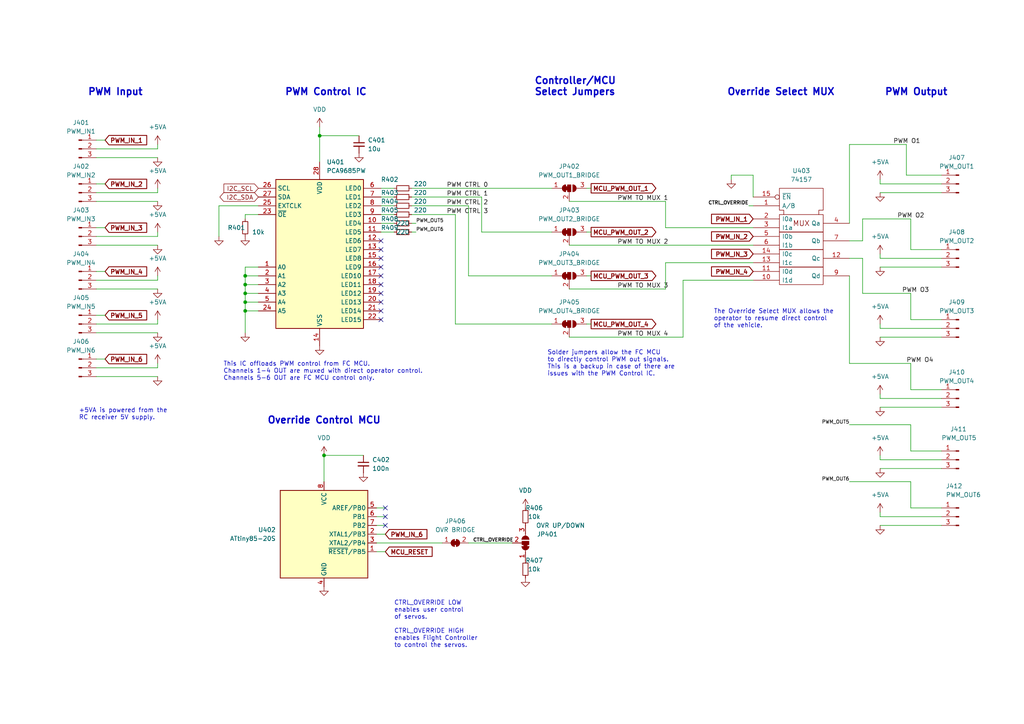
<source format=kicad_sch>
(kicad_sch (version 20211123) (generator eeschema)
  (paper "A4")
  (lib_symbols
    (symbol "74xx_IEEE:74157" (pin_names (offset 0.762))
      (property "Reference" "U403" (at 0 17.78 0))
      (property "Value" "74157" (at 0 15.24 0))
      (symbol "74157_0_0"
        (rectangle (start -6.35 -10.16) (end 6.35 -15.24))
        (rectangle (start -6.35 -5.08) (end 6.35 -10.16))
        (rectangle (start -6.35 0) (end 6.35 -5.08))
        (rectangle (start -6.35 5.08) (end 6.35 0))
        (polyline (pts (xy -5.08 5.08) (xy -5.08 6.35) (xy -6.35 6.35) (xy -6.35 12.7) (xy 6.35 12.7) (xy 6.35 6.35) (xy 5.08 6.35) (xy 5.08 5.08) (xy 5.08 5.08)))
        (text "MUX" (at 0 2.54 0) (effects (font (size 1.524 1.524))))
        (pin power_in line (at 3.81 12.7 270) (length 0) hide (name "VDD") (number "16"))
        (pin power_in line (at 0 12.7 270) (length 0) hide (name "GND") (number "8"))
      )
      (symbol "74157_1_1"
        (pin input line (at -13.97 7.62 0) (length 7.62) (name "A/B") (number "1"))
        (pin input line (at -13.97 -13.97 0) (length 7.62) (name "I1d") (number "10"))
        (pin input line (at -13.97 -11.43 0) (length 7.62) (name "I0d") (number "11"))
        (pin output line (at 13.97 -7.62 180) (length 7.62) (name "Qc") (number "12"))
        (pin input line (at -13.97 -8.89 0) (length 7.62) (name "I1c") (number "13"))
        (pin input line (at -13.97 -6.35 0) (length 7.62) (name "I0c") (number "14"))
        (pin input inverted (at -13.97 10.16 0) (length 7.62) (name "~{EN}") (number "15"))
        (pin input line (at -13.97 3.81 0) (length 7.62) (name "I0a") (number "2"))
        (pin input line (at -13.97 1.27 0) (length 7.62) (name "I1a") (number "3"))
        (pin output line (at 13.97 2.54 180) (length 7.62) (name "Qa") (number "4"))
        (pin input line (at -13.97 -1.27 0) (length 7.62) (name "I0b") (number "5"))
        (pin input line (at -13.97 -3.81 0) (length 7.62) (name "I1b") (number "6"))
        (pin output line (at 13.97 -2.54 180) (length 7.62) (name "Qb") (number "7"))
        (pin output line (at 13.97 -12.7 180) (length 7.62) (name "Qd") (number "9"))
      )
    )
    (symbol "Connector:Conn_01x03_Male" (pin_names (offset 1.016) hide)
      (property "Reference" "J" (at 0 5.08 0))
      (property "Value" "Conn_01x03_Male" (at 0 -5.08 0))
      (symbol "Conn_01x03_Male_1_1"
        (polyline (pts (xy 1.27 -2.54) (xy 0.8636 -2.54)) (stroke (width 0.1524)))
        (polyline (pts (xy 1.27 0) (xy 0.8636 0)) (stroke (width 0.1524)))
        (polyline (pts (xy 1.27 2.54) (xy 0.8636 2.54)) (stroke (width 0.1524)))
        (rectangle (start 0.8636 -2.413) (end 0 -2.667) (stroke (width 0.1524)) (fill (type outline)))
        (rectangle (start 0.8636 0.127) (end 0 -0.127) (stroke (width 0.1524)) (fill (type outline)))
        (rectangle (start 0.8636 2.667) (end 0 2.413) (stroke (width 0.1524)) (fill (type outline)))
        (pin passive line (at 5.08 2.54 180) (length 3.81) (name "Pin_1") (number "1"))
        (pin passive line (at 5.08 0 180) (length 3.81) (name "Pin_2") (number "2"))
        (pin passive line (at 5.08 -2.54 180) (length 3.81) (name "Pin_3") (number "3"))
      )
    )
    (symbol "Device:C_Small" (pin_numbers hide) (pin_names (offset 0.254) hide)
      (property "Reference" "C" (at 0.254 1.778 0))
      (property "Value" "C_Small" (at 0.254 -2.032 0))
      (symbol "C_Small_0_1"
        (polyline (pts (xy -1.524 -0.508) (xy 1.524 -0.508)) (stroke (width 0.3302)))
        (polyline (pts (xy -1.524 0.508) (xy 1.524 0.508)) (stroke (width 0.3048)))
      )
      (symbol "C_Small_1_1"
        (pin passive line (at 0 2.54 270) (length 2.032) (name "~") (number "1"))
        (pin passive line (at 0 -2.54 90) (length 2.032) (name "~") (number "2"))
      )
    )
    (symbol "Device:R_Small" (pin_numbers hide) (pin_names (offset 0.254) hide)
      (property "Reference" "R" (at 0.762 0.508 0))
      (property "Value" "R_Small" (at 0.762 -1.016 0))
      (symbol "R_Small_0_1"
        (rectangle (start -0.762 1.778) (end 0.762 -1.778) (stroke (width 0.2032)))
      )
      (symbol "R_Small_1_1"
        (pin passive line (at 0 2.54 270) (length 0.762) (name "~") (number "1"))
        (pin passive line (at 0 -2.54 90) (length 0.762) (name "~") (number "2"))
      )
    )
    (symbol "Driver_LED:PCA9685PW"
      (property "Reference" "U" (at -12.7 22.225 0))
      (property "Value" "PCA9685PW" (at 1.27 22.225 0))
      (symbol "PCA9685PW_0_1"
        (rectangle (start -12.7 20.32) (end 12.7 -22.86) (stroke (width 0.254)) (fill (type background)))
      )
      (symbol "PCA9685PW_1_1"
        (pin input line (at -17.78 -5.08 0) (length 5.08) (name "A0") (number "1"))
        (pin output line (at 17.78 7.62 180) (length 5.08) (name "LED4") (number "10"))
        (pin output line (at 17.78 5.08 180) (length 5.08) (name "LED5") (number "11"))
        (pin output line (at 17.78 2.54 180) (length 5.08) (name "LED6") (number "12"))
        (pin output line (at 17.78 0 180) (length 5.08) (name "LED7") (number "13"))
        (pin power_in line (at 0 -27.94 90) (length 5.08) (name "VSS") (number "14"))
        (pin output line (at 17.78 -2.54 180) (length 5.08) (name "LED8") (number "15"))
        (pin output line (at 17.78 -5.08 180) (length 5.08) (name "LED9") (number "16"))
        (pin output line (at 17.78 -7.62 180) (length 5.08) (name "LED10") (number "17"))
        (pin output line (at 17.78 -10.16 180) (length 5.08) (name "LED11") (number "18"))
        (pin output line (at 17.78 -12.7 180) (length 5.08) (name "LED12") (number "19"))
        (pin input line (at -17.78 -7.62 0) (length 5.08) (name "A1") (number "2"))
        (pin output line (at 17.78 -15.24 180) (length 5.08) (name "LED13") (number "20"))
        (pin output line (at 17.78 -17.78 180) (length 5.08) (name "LED14") (number "21"))
        (pin output line (at 17.78 -20.32 180) (length 5.08) (name "LED15") (number "22"))
        (pin input line (at -17.78 10.16 0) (length 5.08) (name "~{OE}") (number "23"))
        (pin input line (at -17.78 -17.78 0) (length 5.08) (name "A5") (number "24"))
        (pin input line (at -17.78 12.7 0) (length 5.08) (name "EXTCLK") (number "25"))
        (pin input line (at -17.78 17.78 0) (length 5.08) (name "SCL") (number "26"))
        (pin bidirectional line (at -17.78 15.24 0) (length 5.08) (name "SDA") (number "27"))
        (pin power_in line (at 0 25.4 270) (length 5.08) (name "VDD") (number "28"))
        (pin input line (at -17.78 -10.16 0) (length 5.08) (name "A2") (number "3"))
        (pin input line (at -17.78 -12.7 0) (length 5.08) (name "A3") (number "4"))
        (pin input line (at -17.78 -15.24 0) (length 5.08) (name "A4") (number "5"))
        (pin output line (at 17.78 17.78 180) (length 5.08) (name "LED0") (number "6"))
        (pin output line (at 17.78 15.24 180) (length 5.08) (name "LED1") (number "7"))
        (pin output line (at 17.78 12.7 180) (length 5.08) (name "LED2") (number "8"))
        (pin output line (at 17.78 10.16 180) (length 5.08) (name "LED3") (number "9"))
      )
    )
    (symbol "Jumper:SolderJumper_2_Bridged" (pin_names (offset 0) hide)
      (property "Reference" "JP" (at 0 2.032 0))
      (property "Value" "SolderJumper_2_Bridged" (at 0 -2.54 0))
      (symbol "SolderJumper_2_Bridged_0_1"
        (rectangle (start -0.508 0.508) (end 0.508 -0.508) (fill (type outline)))
        (arc (start -0.254 1.016) (mid -1.27 0) (end -0.254 -1.016))
        (arc (start -0.254 1.016) (mid -1.27 0) (end -0.254 -1.016) (fill (type outline)))
        (polyline (pts (xy -0.254 1.016) (xy -0.254 -1.016)))
        (polyline (pts (xy 0.254 1.016) (xy 0.254 -1.016)))
        (arc (start 0.254 -1.016) (mid 1.27 0) (end 0.254 1.016))
        (arc (start 0.254 -1.016) (mid 1.27 0) (end 0.254 1.016) (fill (type outline)))
      )
      (symbol "SolderJumper_2_Bridged_1_1"
        (pin passive line (at -3.81 0 0) (length 2.54) (name "A") (number "1"))
        (pin passive line (at 3.81 0 180) (length 2.54) (name "B") (number "2"))
      )
    )
    (symbol "Jumper:SolderJumper_3_Bridged12" (pin_names (offset 0) hide)
      (property "Reference" "JP" (at -2.54 -2.54 0))
      (property "Value" "SolderJumper_3_Bridged12" (at 0 2.794 0))
      (symbol "SolderJumper_3_Bridged12_0_1"
        (rectangle (start -1.016 0.508) (end -0.508 -0.508) (fill (type outline)))
        (arc (start -1.016 1.016) (mid -2.032 0) (end -1.016 -1.016))
        (arc (start -1.016 1.016) (mid -2.032 0) (end -1.016 -1.016) (fill (type outline)))
        (rectangle (start -0.508 1.016) (end 0.508 -1.016) (fill (type outline)))
        (polyline (pts (xy -2.54 0) (xy -2.032 0)))
        (polyline (pts (xy -1.016 1.016) (xy -1.016 -1.016)))
        (polyline (pts (xy 0 -1.27) (xy 0 -1.016)))
        (polyline (pts (xy 1.016 1.016) (xy 1.016 -1.016)))
        (polyline (pts (xy 2.54 0) (xy 2.032 0)))
        (arc (start 1.016 -1.016) (mid 2.032 0) (end 1.016 1.016))
        (arc (start 1.016 -1.016) (mid 2.032 0) (end 1.016 1.016) (fill (type outline)))
      )
      (symbol "SolderJumper_3_Bridged12_1_1"
        (pin passive line (at -5.08 0 0) (length 2.54) (name "A") (number "1"))
        (pin passive line (at 0 -3.81 90) (length 2.54) (name "C") (number "2"))
        (pin passive line (at 5.08 0 180) (length 2.54) (name "B") (number "3"))
      )
    )
    (symbol "MCU_Microchip_ATtiny:ATtiny85-20S"
      (property "Reference" "U" (at -12.7 13.97 0))
      (property "Value" "ATtiny85-20S" (at 2.54 -13.97 0))
      (symbol "ATtiny85-20S_0_1"
        (rectangle (start -12.7 -12.7) (end 12.7 12.7) (stroke (width 0.254)) (fill (type background)))
      )
      (symbol "ATtiny85-20S_1_1"
        (pin bidirectional line (at 15.24 -5.08 180) (length 2.54) (name "~{RESET}/PB5") (number "1"))
        (pin bidirectional line (at 15.24 0 180) (length 2.54) (name "XTAL1/PB3") (number "2"))
        (pin bidirectional line (at 15.24 -2.54 180) (length 2.54) (name "XTAL2/PB4") (number "3"))
        (pin power_in line (at 0 -15.24 90) (length 2.54) (name "GND") (number "4"))
        (pin bidirectional line (at 15.24 7.62 180) (length 2.54) (name "AREF/PB0") (number "5"))
        (pin bidirectional line (at 15.24 5.08 180) (length 2.54) (name "PB1") (number "6"))
        (pin bidirectional line (at 15.24 2.54 180) (length 2.54) (name "PB2") (number "7"))
        (pin power_in line (at 0 15.24 270) (length 2.54) (name "VCC") (number "8"))
      )
    )
    (symbol "power:+5VA" (power) (pin_names (offset 0))
      (property "Value" "+5VA" (at 0 3.556 0))
      (symbol "+5VA_0_1"
        (polyline (pts (xy -0.762 1.27) (xy 0 2.54)))
        (polyline (pts (xy 0 0) (xy 0 2.54)))
        (polyline (pts (xy 0 2.54) (xy 0.762 1.27)))
      )
      (symbol "+5VA_1_1"
        (pin power_in line (at 0 0 90) (length 0) hide (name "+5VA") (number "1"))
      )
    )
    (symbol "power:GND" (power) (pin_names (offset 0))
      (property "Value" "GND" (at 0 -3.81 0))
      (symbol "GND_0_1"
        (polyline (pts (xy 0 0) (xy 0 -1.27) (xy 1.27 -1.27) (xy 0 -2.54) (xy -1.27 -1.27) (xy 0 -1.27)))
      )
      (symbol "GND_1_1"
        (pin power_in line (at 0 0 270) (length 0) hide (name "GND") (number "1"))
      )
    )
    (symbol "power:VDD" (power) (pin_names (offset 0))
      (property "Value" "VDD" (at 0 3.81 0))
      (symbol "VDD_0_1"
        (polyline (pts (xy -0.762 1.27) (xy 0 2.54)))
        (polyline (pts (xy 0 0) (xy 0 2.54)))
        (polyline (pts (xy 0 2.54) (xy 0.762 1.27)))
      )
      (symbol "VDD_1_1"
        (pin power_in line (at 0 0 90) (length 0) hide (name "VDD") (number "1"))
      )
    )
  )
  (junction (at 93.98 132.08))
  (junction (at 71.12 85.09))
  (junction (at 71.12 90.17))
  (junction (at 71.12 80.01))
  (junction (at 92.71 39.37))
  (junction (at 71.12 87.63))
  (junction (at 71.12 82.55))
  (no_connect (at 110.49 69.85))
  (no_connect (at 110.49 72.39))
  (no_connect (at 110.49 80.01))
  (no_connect (at 110.49 74.93))
  (no_connect (at 110.49 77.47))
  (no_connect (at 110.49 82.55))
  (no_connect (at 110.49 85.09))
  (no_connect (at 110.49 87.63))
  (no_connect (at 110.49 90.17))
  (no_connect (at 110.49 92.71))
  (no_connect (at 111.76 147.32))
  (no_connect (at 111.76 149.86))
  (no_connect (at 111.76 152.4))
  (wire (pts (xy 114.3 67.31) (xy 110.49 67.31)))
  (wire (pts (xy 71.12 85.09) (xy 71.12 87.63)))
  (wire (pts (xy 71.12 90.17) (xy 71.12 96.52)))
  (wire (pts (xy 135.89 157.48) (xy 148.59 157.48)))
  (wire (pts (xy 30.48 40.64) (xy 27.94 40.64)))
  (wire (pts (xy 218.44 57.15) (xy 218.44 50.8)))
  (wire (pts (xy 45.72 68.58) (xy 45.72 67.31)))
  (wire (pts (xy 273.05 72.39) (xy 264.16 72.39)))
  (wire (pts (xy 111.76 149.86) (xy 109.22 149.86)))
  (wire (pts (xy 273.05 92.71) (xy 264.16 92.71)))
  (wire (pts (xy 262.89 50.8) (xy 262.89 41.91)))
  (wire (pts (xy 71.12 62.23) (xy 74.93 62.23)))
  (wire (pts (xy 27.94 93.98) (xy 45.72 93.98)))
  (wire (pts (xy 114.3 64.77) (xy 110.49 64.77)))
  (wire (pts (xy 273.05 55.88) (xy 255.27 55.88)))
  (wire (pts (xy 246.38 41.91) (xy 246.38 64.77)))
  (wire (pts (xy 273.05 133.35) (xy 255.27 133.35)))
  (wire (pts (xy 27.94 43.18) (xy 45.72 43.18)))
  (wire (pts (xy 273.05 147.32) (xy 264.16 147.32)))
  (wire (pts (xy 264.16 92.71) (xy 264.16 85.09)))
  (wire (pts (xy 171.45 80.01) (xy 170.18 80.01)))
  (wire (pts (xy 264.16 72.39) (xy 264.16 63.5)))
  (wire (pts (xy 45.72 93.98) (xy 45.72 92.71)))
  (wire (pts (xy 45.72 81.28) (xy 45.72 80.01)))
  (wire (pts (xy 71.12 80.01) (xy 71.12 82.55)))
  (wire (pts (xy 273.05 135.89) (xy 255.27 135.89)))
  (wire (pts (xy 119.38 57.15) (xy 139.7 57.15)))
  (wire (pts (xy 193.04 58.42) (xy 165.1 58.42)))
  (wire (pts (xy 71.12 82.55) (xy 74.93 82.55)))
  (wire (pts (xy 71.12 87.63) (xy 71.12 90.17)))
  (wire (pts (xy 193.04 58.42) (xy 193.04 66.04)))
  (wire (pts (xy 198.12 97.79) (xy 198.12 81.28)))
  (wire (pts (xy 132.08 62.23) (xy 119.38 62.23)))
  (wire (pts (xy 273.05 115.57) (xy 255.27 115.57)))
  (wire (pts (xy 27.94 55.88) (xy 45.72 55.88)))
  (wire (pts (xy 132.08 93.98) (xy 160.02 93.98)))
  (wire (pts (xy 255.27 95.25) (xy 255.27 93.98)))
  (wire (pts (xy 111.76 154.94) (xy 109.22 154.94)))
  (wire (pts (xy 27.94 81.28) (xy 45.72 81.28)))
  (wire (pts (xy 273.05 53.34) (xy 255.27 53.34)))
  (wire (pts (xy 92.71 39.37) (xy 104.14 39.37)))
  (wire (pts (xy 30.48 66.04) (xy 27.94 66.04)))
  (wire (pts (xy 250.19 69.85) (xy 246.38 69.85)))
  (wire (pts (xy 71.12 85.09) (xy 74.93 85.09)))
  (wire (pts (xy 135.89 59.69) (xy 119.38 59.69)))
  (wire (pts (xy 109.22 152.4) (xy 111.76 152.4)))
  (wire (pts (xy 246.38 139.7) (xy 264.16 139.7)))
  (wire (pts (xy 273.05 152.4) (xy 255.27 152.4)))
  (wire (pts (xy 273.05 118.11) (xy 255.27 118.11)))
  (wire (pts (xy 250.19 85.09) (xy 264.16 85.09)))
  (wire (pts (xy 27.94 71.12) (xy 45.72 71.12)))
  (wire (pts (xy 111.76 160.02) (xy 109.22 160.02)))
  (wire (pts (xy 171.45 93.98) (xy 170.18 93.98)))
  (wire (pts (xy 120.65 64.77) (xy 119.38 64.77)))
  (wire (pts (xy 165.1 71.12) (xy 218.44 71.12)))
  (wire (pts (xy 264.16 147.32) (xy 264.16 139.7)))
  (wire (pts (xy 273.05 113.03) (xy 264.16 113.03)))
  (wire (pts (xy 71.12 63.5) (xy 71.12 62.23)))
  (wire (pts (xy 30.48 78.74) (xy 27.94 78.74)))
  (wire (pts (xy 198.12 81.28) (xy 218.44 81.28)))
  (wire (pts (xy 255.27 149.86) (xy 255.27 148.59)))
  (wire (pts (xy 255.27 53.34) (xy 255.27 52.07)))
  (wire (pts (xy 45.72 43.18) (xy 45.72 41.91)))
  (wire (pts (xy 93.98 132.08) (xy 93.98 139.7)))
  (wire (pts (xy 255.27 74.93) (xy 255.27 73.66)))
  (wire (pts (xy 93.98 132.08) (xy 105.41 132.08)))
  (wire (pts (xy 109.22 157.48) (xy 128.27 157.48)))
  (wire (pts (xy 218.44 50.8) (xy 212.09 50.8)))
  (wire (pts (xy 27.94 106.68) (xy 45.72 106.68)))
  (wire (pts (xy 273.05 74.93) (xy 255.27 74.93)))
  (wire (pts (xy 71.12 87.63) (xy 74.93 87.63)))
  (wire (pts (xy 171.45 67.31) (xy 170.18 67.31)))
  (wire (pts (xy 45.72 106.68) (xy 45.72 105.41)))
  (wire (pts (xy 71.12 90.17) (xy 74.93 90.17)))
  (wire (pts (xy 255.27 133.35) (xy 255.27 132.08)))
  (wire (pts (xy 71.12 80.01) (xy 74.93 80.01)))
  (wire (pts (xy 30.48 53.34) (xy 27.94 53.34)))
  (wire (pts (xy 262.89 41.91) (xy 246.38 41.91)))
  (wire (pts (xy 92.71 39.37) (xy 92.71 46.99)))
  (wire (pts (xy 170.18 54.61) (xy 171.45 54.61)))
  (wire (pts (xy 273.05 97.79) (xy 255.27 97.79)))
  (wire (pts (xy 193.04 66.04) (xy 218.44 66.04)))
  (wire (pts (xy 212.09 50.8) (xy 212.09 52.07)))
  (wire (pts (xy 30.48 104.14) (xy 27.94 104.14)))
  (wire (pts (xy 193.04 76.2) (xy 218.44 76.2)))
  (wire (pts (xy 246.38 80.01) (xy 246.38 105.41)))
  (wire (pts (xy 27.94 45.72) (xy 45.72 45.72)))
  (wire (pts (xy 165.1 83.82) (xy 193.04 83.82)))
  (wire (pts (xy 74.93 59.69) (xy 63.5 59.69)))
  (wire (pts (xy 27.94 68.58) (xy 45.72 68.58)))
  (wire (pts (xy 110.49 57.15) (xy 114.3 57.15)))
  (wire (pts (xy 135.89 80.01) (xy 135.89 59.69)))
  (wire (pts (xy 250.19 63.5) (xy 250.19 69.85)))
  (wire (pts (xy 27.94 96.52) (xy 45.72 96.52)))
  (wire (pts (xy 273.05 50.8) (xy 262.89 50.8)))
  (wire (pts (xy 255.27 115.57) (xy 255.27 114.3)))
  (wire (pts (xy 27.94 83.82) (xy 45.72 83.82)))
  (wire (pts (xy 30.48 91.44) (xy 27.94 91.44)))
  (wire (pts (xy 273.05 77.47) (xy 255.27 77.47)))
  (wire (pts (xy 264.16 130.81) (xy 264.16 123.19)))
  (wire (pts (xy 45.72 55.88) (xy 45.72 54.61)))
  (wire (pts (xy 139.7 57.15) (xy 139.7 67.31)))
  (wire (pts (xy 111.76 147.32) (xy 109.22 147.32)))
  (wire (pts (xy 246.38 123.19) (xy 264.16 123.19)))
  (wire (pts (xy 92.71 36.83) (xy 92.71 39.37)))
  (wire (pts (xy 74.93 77.47) (xy 71.12 77.47)))
  (wire (pts (xy 273.05 95.25) (xy 255.27 95.25)))
  (wire (pts (xy 119.38 54.61) (xy 160.02 54.61)))
  (wire (pts (xy 71.12 82.55) (xy 71.12 85.09)))
  (wire (pts (xy 250.19 74.93) (xy 250.19 85.09)))
  (wire (pts (xy 114.3 62.23) (xy 110.49 62.23)))
  (wire (pts (xy 71.12 77.47) (xy 71.12 80.01)))
  (wire (pts (xy 264.16 113.03) (xy 264.16 105.41)))
  (wire (pts (xy 27.94 109.22) (xy 45.72 109.22)))
  (wire (pts (xy 273.05 149.86) (xy 255.27 149.86)))
  (wire (pts (xy 217.17 59.69) (xy 218.44 59.69)))
  (wire (pts (xy 165.1 97.79) (xy 198.12 97.79)))
  (wire (pts (xy 246.38 105.41) (xy 264.16 105.41)))
  (wire (pts (xy 27.94 58.42) (xy 45.72 58.42)))
  (wire (pts (xy 193.04 83.82) (xy 193.04 76.2)))
  (wire (pts (xy 120.65 67.31) (xy 119.38 67.31)))
  (wire (pts (xy 273.05 130.81) (xy 264.16 130.81)))
  (wire (pts (xy 264.16 63.5) (xy 250.19 63.5)))
  (wire (pts (xy 139.7 67.31) (xy 160.02 67.31)))
  (wire (pts (xy 63.5 59.69) (xy 63.5 68.58)))
  (wire (pts (xy 114.3 54.61) (xy 110.49 54.61)))
  (wire (pts (xy 132.08 62.23) (xy 132.08 93.98)))
  (wire (pts (xy 110.49 59.69) (xy 114.3 59.69)))
  (wire (pts (xy 160.02 80.01) (xy 135.89 80.01)))
  (wire (pts (xy 250.19 74.93) (xy 246.38 74.93)))
  (text "+5VA is powered from the \nRC receiver 5V supply." (at 22.86 121.92 0) (effects (font (size 1.27 1.27)) (justify left bottom)))
  (text "CTRL_OVERRIDE LOW\nenables user control\nof servos.\n\nCTRL_OVERRIDE HIGH\nenables Flight Controller\nto control the servos." (at 114.3 187.96 0) (effects (font (size 1.27 1.27)) (justify left bottom)))
  (text "PWM Control IC" (at 82.55 27.94 0) (effects (font (size 2 2) bold) (justify left bottom)))
  (text "The Override Select MUX allows the\noperator to resume direct control\nof the vehicle." (at 207.01 95.25 0) (effects (font (size 1.27 1.27)) (justify left bottom)))
  (text "PWM Input" (at 25.4 27.94 0) (effects (font (size 2 2) bold) (justify left bottom)))
  (text "PWM Output" (at 256.54 27.94 0) (effects (font (size 2 2) bold) (justify left bottom)))
  (text "Override Control MCU" (at 77.47 123.19 0) (effects (font (size 2 2) bold) (justify left bottom)))
  (text "Solder jumpers allow the FC MCU\nto directly control PWM out signals.\nThis is a backup in case of there are \nissues with the PWM Control IC." (at 158.75 109.22 0) (effects (font (size 1.27 1.27)) (justify left bottom)))
  (text "Controller/MCU \nSelect Jumpers" (at 154.94 27.94 0) (effects (font (size 2 2) bold) (justify left bottom)))
  (text "This IC offloads PWM control from FC MCU.\nChannels 1-4 OUT are muxed with direct operator control.\nChannels 5-6 OUT are FC MCU control only." (at 64.77 110.49 0) (effects (font (size 1.27 1.27)) (justify left bottom)))
  (text "Override Select MUX" (at 210.82 27.94 0) (effects (font (size 2 2) bold) (justify left bottom)))
  (label "PWM TO MUX 1" (at 179.07 58.42 0))
  (label "PWM CTRL 1" (at 129.54 57.15 0))
  (label "PWM CTRL 0" (at 129.54 54.61 0))
  (label "PWM O4" (at 262.89 105.41 0))
  (label "PWM_OUT5" (at 120.65 64.77 0) (effects (font (size 1 1))))
  (label "PWM_OUT6" (at 120.65 67.31 0) (effects (font (size 1 1))))
  (label "CTRL_OVERRIDE" (at 217.17 59.69 180) (effects (font (size 1 1) bold)))
  (label "PWM_OUT6" (at 246.38 139.7 180) (effects (font (size 1 1))))
  (label "PWM O3" (at 261.62 85.09 0))
  (label "PWM O1" (at 259.08 41.91 0))
  (label "PWM O2" (at 260.2511 63.5 0))
  (label "PWM CTRL 3" (at 129.54 62.23 0))
  (label "PWM TO MUX 3" (at 179.07 83.82 0))
  (label "PWM_OUT5" (at 246.38 123.19 180) (effects (font (size 1 1))))
  (label "PWM CTRL 2" (at 129.54 59.69 0))
  (label "CTRL_OVERRIDE" (at 137.16 157.48 0) (effects (font (size 1 1) bold)))
  (label "PWM TO MUX 4" (at 179.07 97.79 0))
  (label "PWM TO MUX 2" (at 179.07 71.12 0))
  (global_label "PWM_IN_2" (shape input) (at 30.48 53.34 0) (effects (font bold)) (property "Intersheet References" "${INTERSHEET_REFS}" (effects hide)))
  (global_label "MCU_PWM_OUT_1" (shape output) (at 171.45 54.61 0) (effects (font bold)) (property "Intersheet References" "${INTERSHEET_REFS}" (effects hide)))
  (global_label "PWM_IN_6" (shape input) (at 111.76 154.94 0) (effects (font bold)) (property "Intersheet References" "${INTERSHEET_REFS}" (effects hide)))
  (global_label "MCU_PWM_OUT_3" (shape output) (at 171.45 80.01 0) (effects (font bold)) (property "Intersheet References" "${INTERSHEET_REFS}" (effects hide)))
  (global_label "PWM_IN_2" (shape input) (at 218.44 68.58 180) (effects (font bold)) (property "Intersheet References" "${INTERSHEET_REFS}" (effects hide)))
  (global_label "MCU_PWM_OUT_2" (shape output) (at 171.45 67.31 0) (effects (font bold)) (property "Intersheet References" "${INTERSHEET_REFS}" (effects hide)))
  (global_label "I2C_SDA" (shape bidirectional) (at 74.93 57.15 180) (property "Intersheet References" "${INTERSHEET_REFS}" (effects hide)))
  (global_label "PWM_IN_5" (shape input) (at 30.48 91.44 0) (effects (font bold)) (property "Intersheet References" "${INTERSHEET_REFS}" (effects hide)))
  (global_label "I2C_SCL" (shape input) (at 74.93 54.61 180) (property "Intersheet References" "${INTERSHEET_REFS}" (effects hide)))
  (global_label "PWM_IN_6" (shape input) (at 30.48 104.14 0) (effects (font bold)) (property "Intersheet References" "${INTERSHEET_REFS}" (effects hide)))
  (global_label "PWM_IN_1" (shape input) (at 218.44 63.5 180) (effects (font bold)) (property "Intersheet References" "${INTERSHEET_REFS}" (effects hide)))
  (global_label "PWM_IN_4" (shape input) (at 30.48 78.74 0) (effects (font bold)) (property "Intersheet References" "${INTERSHEET_REFS}" (effects hide)))
  (global_label "PWM_IN_3" (shape input) (at 218.44 73.66 180) (effects (font bold)) (property "Intersheet References" "${INTERSHEET_REFS}" (effects hide)))
  (global_label "PWM_IN_1" (shape input) (at 30.48 40.64 0) (effects (font bold)) (property "Intersheet References" "${INTERSHEET_REFS}" (effects hide)))
  (global_label "PWM_IN_3" (shape input) (at 30.48 66.04 0) (effects (font bold)) (property "Intersheet References" "${INTERSHEET_REFS}" (effects hide)))
  (global_label "MCU_PWM_OUT_4" (shape output) (at 171.45 93.98 0) (effects (font bold)) (property "Intersheet References" "${INTERSHEET_REFS}" (effects hide)))
  (global_label "PWM_IN_4" (shape input) (at 218.44 78.74 180) (effects (font bold)) (property "Intersheet References" "${INTERSHEET_REFS}" (effects hide)))
  (global_label "MCU_RESET" (shape input) (at 111.76 160.02 0) (effects (font bold)) (property "Intersheet References" "${INTERSHEET_REFS}" (effects hide)))
  (symbol (lib_id "Connector:Conn_01x03_Male") (at 22.86 93.98 0) (unit 1)
    (property "Reference" "J405" (at 23.495 86.36 0))
    (property "Value" "PWM_IN5" (at 23.495 88.9 0))
    (property "Footprint" "Connector_PinHeader_2.54mm:PinHeader_1x03_P2.54mm_Vertical" (effects hide))
  )
  (symbol (lib_id "power:+5VA") (at 45.72 41.91 0) (unit 1)
    (property "Reference" "#PWR0401" (effects hide))
    (property "Value" "+5VA" (at 45.72 36.83 0))
  )
  (symbol (lib_id "power:GND") (at 255.27 118.11 0) (mirror y) (unit 1)
    (property "Reference" "#PWR0432" (effects hide))
    (property "Value" "GND" (effects hide))
  )
  (symbol (lib_id "Connector:Conn_01x03_Male") (at 278.13 149.86 0) (mirror y) (unit 1)
    (property "Reference" "J412" (at 274.32 140.97 0) (effects (justify right)))
    (property "Value" "PWM_OUT6" (at 274.32 143.51 0) (effects (justify right)))
    (property "Footprint" "Connector_PinHeader_2.54mm:PinHeader_1x03_P2.54mm_Vertical" (effects hide))
  )
  (symbol (lib_id "power:+5VA") (at 255.27 132.08 0) (mirror y) (unit 1)
    (property "Reference" "#PWR0118" (effects hide))
    (property "Value" "+5VA" (at 255.27 127 0))
  )
  (symbol (lib_id "Jumper:SolderJumper_3_Bridged12") (at 165.1 80.01 0) (unit 1)
    (property "Reference" "JP404" (at 165.1 73.66 0))
    (property "Value" "PWM_OUT3_BRIDGE" (at 165.1 76.2 0))
    (property "Footprint" "Jumper:SolderJumper-3_P1.3mm_Bridged12_Pad1.0x1.5mm" (effects hide))
  )
  (symbol (lib_id "Device:C_Small") (at 104.14 41.91 0) (unit 1)
    (property "Reference" "C401" (at 106.68 40.6462 0) (effects (justify left)))
    (property "Value" "10u" (at 106.68 43.1862 0) (effects (justify left)))
    (property "Footprint" "Capacitor_SMD:C_0805_2012Metric_Pad1.18x1.45mm_HandSolder" (effects hide))
  )
  (symbol (lib_id "power:VDD") (at 92.71 36.83 0) (unit 1)
    (property "Reference" "#PWR0416" (effects hide))
    (property "Value" "VDD" (at 92.71 31.75 0))
  )
  (symbol (lib_id "power:GND") (at 212.09 52.07 0) (mirror y) (unit 1)
    (property "Reference" "#PWR0424" (effects hide))
    (property "Value" "GND" (effects hide))
  )
  (symbol (lib_id "power:GND") (at 45.72 58.42 0) (unit 1)
    (property "Reference" "#PWR0404" (effects hide))
    (property "Value" "GND" (effects hide))
  )
  (symbol (lib_id "power:GND") (at 255.27 135.89 0) (mirror y) (unit 1)
    (property "Reference" "#PWR0119" (effects hide))
    (property "Value" "GND" (effects hide))
  )
  (symbol (lib_id "power:GND") (at 45.72 109.22 0) (unit 1)
    (property "Reference" "#PWR0412" (effects hide))
    (property "Value" "GND" (effects hide))
  )
  (symbol (lib_id "Connector:Conn_01x03_Male") (at 22.86 106.68 0) (unit 1)
    (property "Reference" "J406" (at 23.495 99.06 0))
    (property "Value" "PWM_IN6" (at 23.495 101.6 0))
    (property "Footprint" "Connector_PinHeader_2.54mm:PinHeader_1x03_P2.54mm_Vertical" (effects hide))
  )
  (symbol (lib_id "power:GND") (at 152.4 167.64 0) (mirror y) (unit 1)
    (property "Reference" "#PWR0423" (effects hide))
    (property "Value" "GND" (effects hide))
  )
  (symbol (lib_id "MCU_Microchip_ATtiny:ATtiny85-20S") (at 93.98 154.94 0) (unit 1)
    (property "Reference" "U402" (at 80.01 153.6699 0) (effects (justify right)))
    (property "Value" "ATtiny85-20S" (at 80.01 156.2099 0) (effects (justify right)))
    (property "Footprint" "Package_SO:SOIC-8W_5.3x5.3mm_P1.27mm" (effects hide))
    (property "Datasheet" "http://ww1.microchip.com/downloads/en/DeviceDoc/atmel-2586-avr-8-bit-microcontroller-attiny25-attiny45-attiny85_datasheet.pdf" (effects hide))
  )
  (symbol (lib_id "power:GND") (at 45.72 45.72 0) (unit 1)
    (property "Reference" "#PWR0402" (effects hide))
    (property "Value" "GND" (effects hide))
  )
  (symbol (lib_id "Connector:Conn_01x03_Male") (at 22.86 55.88 0) (unit 1)
    (property "Reference" "J402" (at 23.495 48.26 0))
    (property "Value" "PWM_IN2" (at 23.495 50.8 0))
    (property "Footprint" "Connector_PinHeader_2.54mm:PinHeader_1x03_P2.54mm_Vertical" (effects hide))
  )
  (symbol (lib_id "Jumper:SolderJumper_3_Bridged12") (at 165.1 93.98 0) (unit 1)
    (property "Reference" "JP405" (at 165.1 87.63 0))
    (property "Value" "PWM_OUT4_BRIDGE" (at 165.1 90.17 0))
    (property "Footprint" "Jumper:SolderJumper-3_P1.3mm_Bridged12_Pad1.0x1.5mm" (effects hide))
  )
  (symbol (lib_id "power:+5VA") (at 255.27 52.07 0) (mirror y) (unit 1)
    (property "Reference" "#PWR0425" (effects hide))
    (property "Value" "+5VA" (at 255.27 46.99 0))
  )
  (symbol (lib_id "power:+5VA") (at 255.27 73.66 0) (mirror y) (unit 1)
    (property "Reference" "#PWR0427" (effects hide))
    (property "Value" "+5VA" (at 255.27 68.58 0))
  )
  (symbol (lib_id "power:GND") (at 45.72 96.52 0) (unit 1)
    (property "Reference" "#PWR0410" (effects hide))
    (property "Value" "GND" (effects hide))
  )
  (symbol (lib_id "Driver_LED:PCA9685PW") (at 92.71 72.39 0) (unit 1)
    (property "Reference" "U401" (at 94.7294 46.99 0) (effects (justify left)))
    (property "Value" "PCA9685PW" (at 94.7294 49.53 0) (effects (justify left)))
    (property "Footprint" "Package_SO:TSSOP-28_4.4x9.7mm_P0.65mm" (effects hide))
    (property "Datasheet" "http://www.nxp.com/documents/data_sheet/PCA9685.pdf" (effects hide))
  )
  (symbol (lib_id "power:+5VA") (at 45.72 54.61 0) (unit 1)
    (property "Reference" "#PWR0403" (effects hide))
    (property "Value" "+5VA" (at 45.72 49.53 0))
  )
  (symbol (lib_id "Device:R_Small") (at 116.84 64.77 90) (unit 1)
    (property "Reference" "R408" (at 113.03 63.5 90))
    (property "Value" "220" (at 116.84 64.77 90))
    (property "Footprint" "Resistor_SMD:R_0805_2012Metric_Pad1.20x1.40mm_HandSolder" (effects hide))
  )
  (symbol (lib_id "power:GND") (at 63.5 68.58 0) (unit 1)
    (property "Reference" "#PWR0413" (effects hide))
    (property "Value" "GND" (effects hide))
  )
  (symbol (lib_id "Jumper:SolderJumper_2_Bridged") (at 132.08 157.48 0) (unit 1)
    (property "Reference" "JP406" (at 132.08 151.13 0))
    (property "Value" "OVR BRIDGE" (at 132.08 153.67 0))
    (property "Footprint" "Jumper:SolderJumper-2_P1.3mm_Bridged2Bar_RoundedPad1.0x1.5mm" (effects hide))
  )
  (symbol (lib_id "Connector:Conn_01x03_Male") (at 22.86 43.18 0) (unit 1)
    (property "Reference" "J401" (at 23.495 35.56 0))
    (property "Value" "PWM_IN1" (at 23.495 38.1 0))
    (property "Footprint" "Connector_PinHeader_2.54mm:PinHeader_1x03_P2.54mm_Vertical" (effects hide))
  )
  (symbol (lib_id "power:+5VA") (at 255.27 148.59 0) (mirror y) (unit 1)
    (property "Reference" "#PWR0121" (effects hide))
    (property "Value" "+5VA" (at 255.27 143.51 0))
  )
  (symbol (lib_id "power:VDD") (at 93.98 132.08 0) (unit 1)
    (property "Reference" "#PWR0418" (effects hide))
    (property "Value" "VDD" (at 93.98 127 0))
  )
  (symbol (lib_id "power:GND") (at 45.72 71.12 0) (unit 1)
    (property "Reference" "#PWR0406" (effects hide))
    (property "Value" "GND" (effects hide))
  )
  (symbol (lib_id "power:GND") (at 105.41 137.16 0) (unit 1)
    (property "Reference" "#PWR0421" (effects hide))
    (property "Value" "GND" (effects hide))
  )
  (symbol (lib_id "Device:R_Small") (at 116.84 62.23 90) (unit 1)
    (property "Reference" "R405" (at 113.03 60.96 90))
    (property "Value" "220" (at 121.92 60.96 90))
    (property "Footprint" "Resistor_SMD:R_0805_2012Metric_Pad1.20x1.40mm_HandSolder" (effects hide))
  )
  (symbol (lib_id "Jumper:SolderJumper_3_Bridged12") (at 152.4 157.48 270) (mirror x) (unit 1)
    (property "Reference" "JP401" (at 158.75 154.94 90))
    (property "Value" "OVR UP/DOWN" (at 162.56 152.4 90))
    (property "Footprint" "Jumper:SolderJumper-3_P1.3mm_Bridged2Bar12_Pad1.0x1.5mm" (effects hide))
  )
  (symbol (lib_id "power:GND") (at 255.27 77.47 0) (mirror y) (unit 1)
    (property "Reference" "#PWR0428" (effects hide))
    (property "Value" "GND" (effects hide))
  )
  (symbol (lib_id "power:GND") (at 93.98 170.18 0) (unit 1)
    (property "Reference" "#PWR0419" (effects hide))
    (property "Value" "GND" (effects hide))
  )
  (symbol (lib_id "power:+5VA") (at 45.72 92.71 0) (unit 1)
    (property "Reference" "#PWR0409" (effects hide))
    (property "Value" "+5VA" (at 45.72 87.63 0))
  )
  (symbol (lib_id "power:GND") (at 45.72 83.82 0) (unit 1)
    (property "Reference" "#PWR0408" (effects hide))
    (property "Value" "GND" (effects hide))
  )
  (symbol (lib_id "power:+5VA") (at 45.72 80.01 0) (unit 1)
    (property "Reference" "#PWR0407" (effects hide))
    (property "Value" "+5VA" (at 45.72 74.93 0))
  )
  (symbol (lib_id "power:VDD") (at 152.4 147.32 0) (unit 1)
    (property "Reference" "#PWR0422" (effects hide))
    (property "Value" "VDD" (at 152.4 142.24 0))
  )
  (symbol (lib_id "74xx_IEEE:74157") (at 232.41 67.31 0) (unit 1)
    (property "Reference" "U403" (at 232.41 49.53 0))
    (property "Value" "74157" (at 232.41 52.07 0))
    (property "Footprint" "Proj ICs:SOP65P640X120-16N" (effects hide))
  )
  (symbol (lib_id "Connector:Conn_01x03_Male") (at 278.13 133.35 0) (mirror y) (unit 1)
    (property "Reference" "J411" (at 275.59 124.46 0) (effects (justify right)))
    (property "Value" "PWM_OUT5" (at 273.05 127 0) (effects (justify right)))
    (property "Footprint" "Connector_PinHeader_2.54mm:PinHeader_1x03_P2.54mm_Vertical" (effects hide))
  )
  (symbol (lib_id "Device:R_Small") (at 71.12 66.04 180) (unit 1)
    (property "Reference" "R401" (at 68.58 66.04 0))
    (property "Value" "10k" (at 74.93 67.31 0))
    (property "Footprint" "Resistor_SMD:R_0805_2012Metric_Pad1.20x1.40mm_HandSolder" (effects hide))
  )
  (symbol (lib_id "Device:R_Small") (at 152.4 149.86 180) (unit 1)
    (property "Reference" "R406" (at 154.94 147.32 0))
    (property "Value" "10k" (at 154.94 149.86 0))
    (property "Footprint" "Resistor_SMD:R_0805_2012Metric_Pad1.20x1.40mm_HandSolder" (effects hide))
  )
  (symbol (lib_id "Connector:Conn_01x03_Male") (at 278.13 74.93 0) (mirror y) (unit 1)
    (property "Reference" "J408" (at 277.495 67.31 0))
    (property "Value" "PWM_OUT2" (at 277.495 69.85 0))
    (property "Footprint" "Connector_PinHeader_2.54mm:PinHeader_1x03_P2.54mm_Vertical" (effects hide))
  )
  (symbol (lib_id "Connector:Conn_01x03_Male") (at 278.13 95.25 0) (mirror y) (unit 1)
    (property "Reference" "J409" (at 277.495 87.63 0))
    (property "Value" "PWM_OUT3" (at 277.495 90.17 0))
    (property "Footprint" "Connector_PinHeader_2.54mm:PinHeader_1x03_P2.54mm_Vertical" (effects hide))
  )
  (symbol (lib_id "Jumper:SolderJumper_3_Bridged12") (at 165.1 54.61 0) (unit 1)
    (property "Reference" "JP402" (at 165.1 48.26 0))
    (property "Value" "PWM_OUT1_BRIDGE" (at 165.1 50.8 0))
    (property "Footprint" "Jumper:SolderJumper-3_P1.3mm_Bridged12_Pad1.0x1.5mm" (effects hide))
  )
  (symbol (lib_id "Connector:Conn_01x03_Male") (at 22.86 81.28 0) (unit 1)
    (property "Reference" "J404" (at 23.495 73.66 0))
    (property "Value" "PWM_IN4" (at 23.495 76.2 0))
    (property "Footprint" "Connector_PinHeader_2.54mm:PinHeader_1x03_P2.54mm_Vertical" (effects hide))
  )
  (symbol (lib_id "power:GND") (at 104.14 44.45 0) (unit 1)
    (property "Reference" "#PWR0420" (effects hide))
    (property "Value" "GND" (effects hide))
  )
  (symbol (lib_id "power:+5VA") (at 255.27 93.98 0) (mirror y) (unit 1)
    (property "Reference" "#PWR0429" (effects hide))
    (property "Value" "+5VA" (at 255.27 88.9 0))
  )
  (symbol (lib_id "power:GND") (at 92.71 100.33 0) (unit 1)
    (property "Reference" "#PWR0417" (effects hide))
    (property "Value" "GND" (effects hide))
  )
  (symbol (lib_id "power:GND") (at 71.12 68.58 0) (unit 1)
    (property "Reference" "#PWR0414" (effects hide))
    (property "Value" "GND" (effects hide))
  )
  (symbol (lib_id "Device:R_Small") (at 116.84 57.15 90) (unit 1)
    (property "Reference" "R403" (at 113.03 55.88 90))
    (property "Value" "220" (at 121.92 55.88 90))
    (property "Footprint" "Resistor_SMD:R_0805_2012Metric_Pad1.20x1.40mm_HandSolder" (effects hide))
  )
  (symbol (lib_id "Device:R_Small") (at 152.4 165.1 180) (unit 1)
    (property "Reference" "R407" (at 154.94 162.56 0))
    (property "Value" "10k" (at 154.94 165.1 0))
    (property "Footprint" "Resistor_SMD:R_0805_2012Metric_Pad1.20x1.40mm_HandSolder" (effects hide))
  )
  (symbol (lib_id "Jumper:SolderJumper_3_Bridged12") (at 165.1 67.31 0) (unit 1)
    (property "Reference" "JP403" (at 165.1 60.96 0))
    (property "Value" "PWM_OUT2_BRIDGE" (at 165.1 63.5 0))
    (property "Footprint" "Jumper:SolderJumper-3_P1.3mm_Bridged12_Pad1.0x1.5mm" (effects hide))
  )
  (symbol (lib_id "Connector:Conn_01x03_Male") (at 278.13 53.34 0) (mirror y) (unit 1)
    (property "Reference" "J407" (at 277.495 45.72 0))
    (property "Value" "PWM_OUT1" (at 277.495 48.26 0))
    (property "Footprint" "Connector_PinHeader_2.54mm:PinHeader_1x03_P2.54mm_Vertical" (effects hide))
  )
  (symbol (lib_id "Device:R_Small") (at 116.84 54.61 90) (unit 1)
    (property "Reference" "R402" (at 113.03 52.07 90))
    (property "Value" "220" (at 121.92 53.34 90))
    (property "Footprint" "Resistor_SMD:R_0805_2012Metric_Pad1.20x1.40mm_HandSolder" (effects hide))
  )
  (symbol (lib_id "power:GND") (at 255.27 97.79 0) (mirror y) (unit 1)
    (property "Reference" "#PWR0430" (effects hide))
    (property "Value" "GND" (effects hide))
  )
  (symbol (lib_id "Device:C_Small") (at 105.41 134.62 0) (unit 1)
    (property "Reference" "C402" (at 107.95 133.3562 0) (effects (justify left)))
    (property "Value" "100n" (at 107.95 135.8962 0) (effects (justify left)))
    (property "Footprint" "Capacitor_SMD:C_0805_2012Metric_Pad1.18x1.45mm_HandSolder" (effects hide))
  )
  (symbol (lib_id "power:+5VA") (at 45.72 67.31 0) (unit 1)
    (property "Reference" "#PWR0405" (effects hide))
    (property "Value" "+5VA" (at 45.72 62.23 0))
  )
  (symbol (lib_id "power:+5VA") (at 45.72 105.41 0) (unit 1)
    (property "Reference" "#PWR0411" (effects hide))
    (property "Value" "+5VA" (at 45.72 100.33 0))
  )
  (symbol (lib_id "power:+5VA") (at 255.27 114.3 0) (mirror y) (unit 1)
    (property "Reference" "#PWR0431" (effects hide))
    (property "Value" "+5VA" (at 255.27 109.22 0))
  )
  (symbol (lib_id "power:GND") (at 255.27 152.4 0) (mirror y) (unit 1)
    (property "Reference" "#PWR0120" (effects hide))
    (property "Value" "GND" (effects hide))
  )
  (symbol (lib_id "Connector:Conn_01x03_Male") (at 278.13 115.57 0) (mirror y) (unit 1)
    (property "Reference" "J410" (at 277.495 107.95 0))
    (property "Value" "PWM_OUT4" (at 277.495 110.49 0))
    (property "Footprint" "Connector_PinHeader_2.54mm:PinHeader_1x03_P2.54mm_Vertical" (effects hide))
  )
  (symbol (lib_id "power:GND") (at 71.12 96.52 0) (unit 1)
    (property "Reference" "#PWR0415" (effects hide))
    (property "Value" "GND" (effects hide))
  )
  (symbol (lib_id "Connector:Conn_01x03_Male") (at 22.86 68.58 0) (unit 1)
    (property "Reference" "J403" (at 23.495 60.96 0))
    (property "Value" "PWM_IN3" (at 23.495 63.5 0))
    (property "Footprint" "Connector_PinHeader_2.54mm:PinHeader_1x03_P2.54mm_Vertical" (effects hide))
  )
  (symbol (lib_id "power:GND") (at 255.27 55.88 0) (mirror y) (unit 1)
    (property "Reference" "#PWR0426" (effects hide))
    (property "Value" "GND" (effects hide))
  )
  (symbol (lib_id "Device:R_Small") (at 116.84 67.31 90) (unit 1)
    (property "Reference" "R409" (at 113.03 66.04 90))
    (property "Value" "220" (at 116.84 67.31 90))
    (property "Footprint" "Resistor_SMD:R_0805_2012Metric_Pad1.20x1.40mm_HandSolder" (effects hide))
  )
  (symbol (lib_id "Device:R_Small") (at 116.84 59.69 90) (unit 1)
    (property "Reference" "R404" (at 113.03 58.42 90))
    (property "Value" "220" (at 121.92 58.42 90))
    (property "Footprint" "Resistor_SMD:R_0805_2012Metric_Pad1.20x1.40mm_HandSolder" (effects hide))
  )
)
</source>
